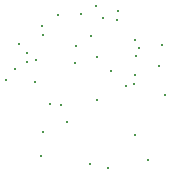
<source format=gbr>
%TF.GenerationSoftware,Altium Limited,Altium Designer,25.8.1 (18)*%
G04 Layer_Color=0*
%FSLAX45Y45*%
%MOMM*%
%TF.SameCoordinates,2B41D9FC-5AFE-4856-9B1B-66F76C6671FB*%
%TF.FilePolarity,Positive*%
%TF.FileFunction,Plated,1,4,PTH,Drill*%
%TF.Part,Single*%
G01*
G75*
%TA.AperFunction,ViaDrill,NotFilled*%
%ADD51C,0.30000*%
D51*
X3604600Y2933700D02*
D03*
X3360154Y3258554D02*
D03*
X3352107Y3392055D02*
D03*
X3390900Y3327400D02*
D03*
X3275955Y3002406D02*
D03*
X3348600Y3022600D02*
D03*
X3352800Y3098800D02*
D03*
X3149600Y3136900D02*
D03*
X3028400Y3251200D02*
D03*
X3581400Y3352800D02*
D03*
X3556000Y3175000D02*
D03*
X2849900Y3200400D02*
D03*
X2578100Y3441700D02*
D03*
Y2616200D02*
D03*
X3352800Y2590800D02*
D03*
X3201826Y3566820D02*
D03*
X3124500Y2311400D02*
D03*
X2260600Y3054500D02*
D03*
X2635800Y2851700D02*
D03*
X3028411Y2891100D02*
D03*
X2853300Y3343828D02*
D03*
X3213100Y3644900D02*
D03*
X2781300Y2705100D02*
D03*
X2438400Y3289300D02*
D03*
X2565400Y3517900D02*
D03*
X3460900Y2381100D02*
D03*
X2730500Y2844800D02*
D03*
X2554300Y2414600D02*
D03*
X2504500Y3039900D02*
D03*
X2514600Y3225800D02*
D03*
X2894500Y3619500D02*
D03*
X2440664Y3211013D02*
D03*
X2374900Y3365500D02*
D03*
X3084333Y3581400D02*
D03*
X2984606Y3431899D02*
D03*
X2699500Y3606800D02*
D03*
X2340485Y3153781D02*
D03*
X3024329Y3686311D02*
D03*
X2971306Y2346756D02*
D03*
%TF.MD5,873caa5ef2c0e7750916f28780e8ee72*%
M02*

</source>
